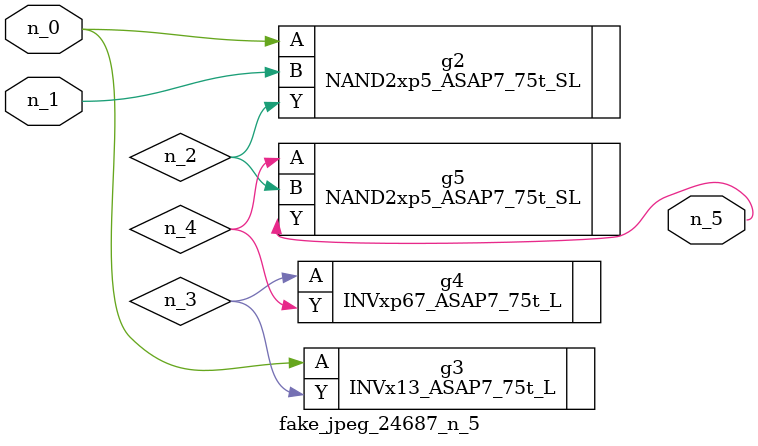
<source format=v>
module fake_jpeg_24687_n_5 (n_0, n_1, n_5);

input n_0;
input n_1;

output n_5;

wire n_2;
wire n_3;
wire n_4;

NAND2xp5_ASAP7_75t_SL g2 ( 
.A(n_0),
.B(n_1),
.Y(n_2)
);

INVx13_ASAP7_75t_L g3 ( 
.A(n_0),
.Y(n_3)
);

INVxp67_ASAP7_75t_L g4 ( 
.A(n_3),
.Y(n_4)
);

NAND2xp5_ASAP7_75t_SL g5 ( 
.A(n_4),
.B(n_2),
.Y(n_5)
);


endmodule
</source>
